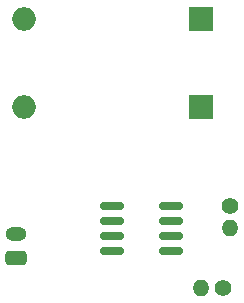
<source format=gbr>
%TF.GenerationSoftware,KiCad,Pcbnew,8.0.7*%
%TF.CreationDate,2024-12-24T07:35:49+05:30*%
%TF.ProjectId,ic555_test,69633535-355f-4746-9573-742e6b696361,rev?*%
%TF.SameCoordinates,Original*%
%TF.FileFunction,Soldermask,Top*%
%TF.FilePolarity,Negative*%
%FSLAX46Y46*%
G04 Gerber Fmt 4.6, Leading zero omitted, Abs format (unit mm)*
G04 Created by KiCad (PCBNEW 8.0.7) date 2024-12-24 07:35:49*
%MOMM*%
%LPD*%
G01*
G04 APERTURE LIST*
G04 Aperture macros list*
%AMRoundRect*
0 Rectangle with rounded corners*
0 $1 Rounding radius*
0 $2 $3 $4 $5 $6 $7 $8 $9 X,Y pos of 4 corners*
0 Add a 4 corners polygon primitive as box body*
4,1,4,$2,$3,$4,$5,$6,$7,$8,$9,$2,$3,0*
0 Add four circle primitives for the rounded corners*
1,1,$1+$1,$2,$3*
1,1,$1+$1,$4,$5*
1,1,$1+$1,$6,$7*
1,1,$1+$1,$8,$9*
0 Add four rect primitives between the rounded corners*
20,1,$1+$1,$2,$3,$4,$5,0*
20,1,$1+$1,$4,$5,$6,$7,0*
20,1,$1+$1,$6,$7,$8,$9,0*
20,1,$1+$1,$8,$9,$2,$3,0*%
G04 Aperture macros list end*
%ADD10RoundRect,0.150000X-0.825000X-0.150000X0.825000X-0.150000X0.825000X0.150000X-0.825000X0.150000X0*%
%ADD11C,1.400000*%
%ADD12O,1.400000X1.400000*%
%ADD13RoundRect,0.300000X0.600000X-0.300000X0.600000X0.300000X-0.600000X0.300000X-0.600000X-0.300000X0*%
%ADD14O,1.800000X1.200000*%
%ADD15O,2.000000X2.000000*%
%ADD16R,2.000000X2.000000*%
G04 APERTURE END LIST*
D10*
%TO.C,U1*%
X138525000Y-86095000D03*
X138525000Y-87365000D03*
X138525000Y-88635000D03*
X138525000Y-89905000D03*
X143475000Y-89905000D03*
X143475000Y-88635000D03*
X143475000Y-87365000D03*
X143475000Y-86095000D03*
%TD*%
D11*
%TO.C,R2*%
X147905000Y-93000000D03*
D12*
X146005000Y-93000000D03*
%TD*%
D11*
%TO.C,R1*%
X148500000Y-86095000D03*
D12*
X148500000Y-87995000D03*
%TD*%
D13*
%TO.C,J1*%
X130400000Y-90500000D03*
D14*
X130400000Y-88500000D03*
%TD*%
D15*
%TO.C,C2*%
X131000000Y-70257500D03*
D16*
X146000000Y-70257500D03*
%TD*%
%TO.C,C1*%
X146000000Y-77757500D03*
D15*
X131000000Y-77757500D03*
%TD*%
M02*

</source>
